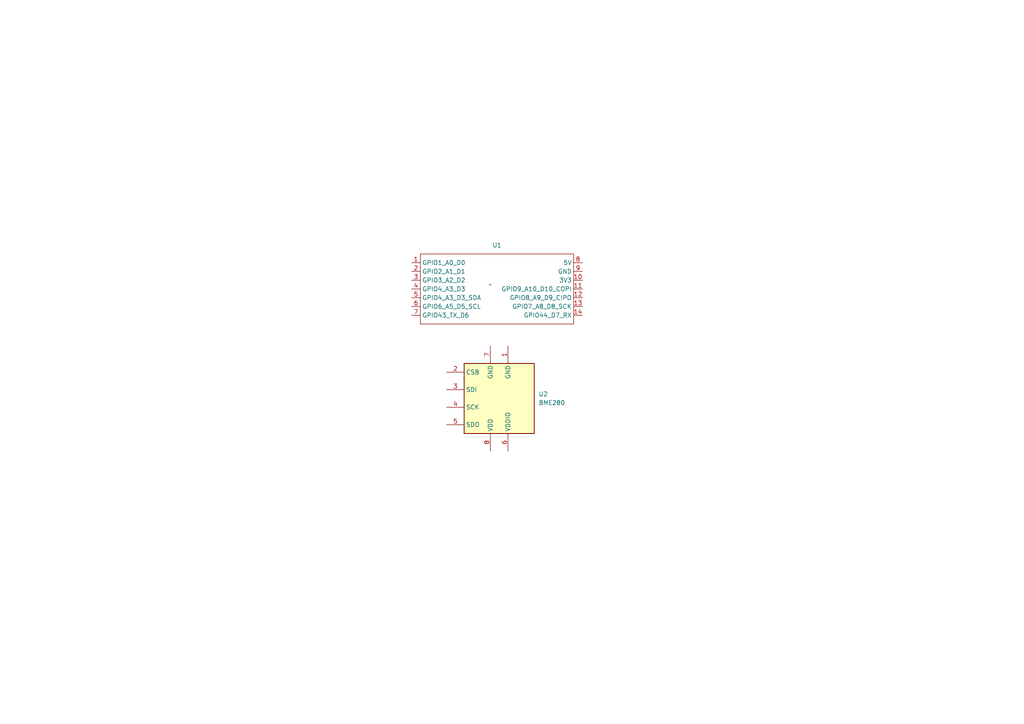
<source format=kicad_sch>
(kicad_sch (version 20230121) (generator eeschema)

  (uuid cc15026e-826f-40f7-be9d-832fbd3cc576)

  (paper "A4")

  (lib_symbols
    (symbol "514_KiCAD_DEMO:XIAO_ESP32_SENSE" (in_bom yes) (on_board yes)
      (property "Reference" "U" (at 0 0 0)
        (effects (font (size 1.27 1.27)))
      )
      (property "Value" "" (at 0 0 0)
        (effects (font (size 1.27 1.27)))
      )
      (property "Footprint" "" (at 0 0 0)
        (effects (font (size 1.27 1.27)) hide)
      )
      (property "Datasheet" "" (at 0 0 0)
        (effects (font (size 1.27 1.27)) hide)
      )
      (symbol "XIAO_ESP32_SENSE_0_1"
        (polyline
          (pts
            (xy -20.32 8.89)
            (xy -20.32 -11.43)
            (xy 24.13 -11.43)
            (xy 24.13 8.89)
            (xy -20.32 8.89)
          )
          (stroke (width 0) (type default))
          (fill (type none))
        )
      )
      (symbol "XIAO_ESP32_SENSE_1_1"
        (pin bidirectional line (at -22.86 6.35 0) (length 2.54)
          (name "GPIO1_A0_D0" (effects (font (size 1.27 1.27))))
          (number "1" (effects (font (size 1.27 1.27))))
        )
        (pin bidirectional line (at 26.67 1.27 180) (length 2.54)
          (name "3V3" (effects (font (size 1.27 1.27))))
          (number "10" (effects (font (size 1.27 1.27))))
        )
        (pin bidirectional line (at 26.67 -1.27 180) (length 2.54)
          (name "GPIO9_A10_D10_COPI" (effects (font (size 1.27 1.27))))
          (number "11" (effects (font (size 1.27 1.27))))
        )
        (pin bidirectional line (at 26.67 -3.81 180) (length 2.54)
          (name "GPIO8_A9_D9_CIPO" (effects (font (size 1.27 1.27))))
          (number "12" (effects (font (size 1.27 1.27))))
        )
        (pin bidirectional line (at 26.67 -6.35 180) (length 2.54)
          (name "GPIO7_A8_D8_SCK" (effects (font (size 1.27 1.27))))
          (number "13" (effects (font (size 1.27 1.27))))
        )
        (pin bidirectional line (at 26.67 -8.89 180) (length 2.54)
          (name "GPIO44_D7_RX" (effects (font (size 1.27 1.27))))
          (number "14" (effects (font (size 1.27 1.27))))
        )
        (pin bidirectional line (at -22.86 3.81 0) (length 2.54)
          (name "GPIO2_A1_D1" (effects (font (size 1.27 1.27))))
          (number "2" (effects (font (size 1.27 1.27))))
        )
        (pin bidirectional line (at -22.86 1.27 0) (length 2.54)
          (name "GPIO3_A2_D2" (effects (font (size 1.27 1.27))))
          (number "3" (effects (font (size 1.27 1.27))))
        )
        (pin bidirectional line (at -22.86 -1.27 0) (length 2.54)
          (name "GPIO4_A3_D3" (effects (font (size 1.27 1.27))))
          (number "4" (effects (font (size 1.27 1.27))))
        )
        (pin bidirectional line (at -22.86 -3.81 0) (length 2.54)
          (name "GPIO4_A3_D3_SDA" (effects (font (size 1.27 1.27))))
          (number "5" (effects (font (size 1.27 1.27))))
        )
        (pin bidirectional line (at -22.86 -6.35 0) (length 2.54)
          (name "GPIO6_A5_D5_SCL" (effects (font (size 1.27 1.27))))
          (number "6" (effects (font (size 1.27 1.27))))
        )
        (pin bidirectional line (at -22.86 -8.89 0) (length 2.54)
          (name "GPIO43_TX_D6" (effects (font (size 1.27 1.27))))
          (number "7" (effects (font (size 1.27 1.27))))
        )
        (pin bidirectional line (at 26.67 6.35 180) (length 2.54)
          (name "5V" (effects (font (size 1.27 1.27))))
          (number "8" (effects (font (size 1.27 1.27))))
        )
        (pin bidirectional line (at 26.67 3.81 180) (length 2.54)
          (name "GND" (effects (font (size 1.27 1.27))))
          (number "9" (effects (font (size 1.27 1.27))))
        )
      )
    )
    (symbol "Sensor:BME280" (in_bom yes) (on_board yes)
      (property "Reference" "U" (at -8.89 11.43 0)
        (effects (font (size 1.27 1.27)))
      )
      (property "Value" "BME280" (at 7.62 11.43 0)
        (effects (font (size 1.27 1.27)))
      )
      (property "Footprint" "Package_LGA:Bosch_LGA-8_2.5x2.5mm_P0.65mm_ClockwisePinNumbering" (at 38.1 -11.43 0)
        (effects (font (size 1.27 1.27)) hide)
      )
      (property "Datasheet" "https://www.bosch-sensortec.com/media/boschsensortec/downloads/datasheets/bst-bme280-ds002.pdf" (at 0 -5.08 0)
        (effects (font (size 1.27 1.27)) hide)
      )
      (property "ki_keywords" "Bosch pressure humidity temperature environment environmental measurement digital" (at 0 0 0)
        (effects (font (size 1.27 1.27)) hide)
      )
      (property "ki_description" "3-in-1 sensor, humidity, pressure, temperature, I2C and SPI interface, 1.71-3.6V, LGA-8" (at 0 0 0)
        (effects (font (size 1.27 1.27)) hide)
      )
      (property "ki_fp_filters" "*LGA*2.5x2.5mm*P0.65mm*Clockwise*" (at 0 0 0)
        (effects (font (size 1.27 1.27)) hide)
      )
      (symbol "BME280_0_1"
        (rectangle (start -10.16 10.16) (end 10.16 -10.16)
          (stroke (width 0.254) (type default))
          (fill (type background))
        )
      )
      (symbol "BME280_1_1"
        (pin power_in line (at -2.54 -15.24 90) (length 5.08)
          (name "GND" (effects (font (size 1.27 1.27))))
          (number "1" (effects (font (size 1.27 1.27))))
        )
        (pin input line (at 15.24 -7.62 180) (length 5.08)
          (name "CSB" (effects (font (size 1.27 1.27))))
          (number "2" (effects (font (size 1.27 1.27))))
        )
        (pin bidirectional line (at 15.24 -2.54 180) (length 5.08)
          (name "SDI" (effects (font (size 1.27 1.27))))
          (number "3" (effects (font (size 1.27 1.27))))
        )
        (pin input line (at 15.24 2.54 180) (length 5.08)
          (name "SCK" (effects (font (size 1.27 1.27))))
          (number "4" (effects (font (size 1.27 1.27))))
        )
        (pin bidirectional line (at 15.24 7.62 180) (length 5.08)
          (name "SDO" (effects (font (size 1.27 1.27))))
          (number "5" (effects (font (size 1.27 1.27))))
        )
        (pin power_in line (at -2.54 15.24 270) (length 5.08)
          (name "VDDIO" (effects (font (size 1.27 1.27))))
          (number "6" (effects (font (size 1.27 1.27))))
        )
        (pin power_in line (at 2.54 -15.24 90) (length 5.08)
          (name "GND" (effects (font (size 1.27 1.27))))
          (number "7" (effects (font (size 1.27 1.27))))
        )
        (pin power_in line (at 2.54 15.24 270) (length 5.08)
          (name "VDD" (effects (font (size 1.27 1.27))))
          (number "8" (effects (font (size 1.27 1.27))))
        )
      )
    )
  )


  (symbol (lib_id "514_KiCAD_DEMO:XIAO_ESP32_SENSE") (at 142.24 82.55 0) (unit 1)
    (in_bom yes) (on_board yes) (dnp no) (fields_autoplaced)
    (uuid 3686cae3-5950-4d3f-90c1-1ea5050ee199)
    (property "Reference" "U1" (at 144.145 71.12 0)
      (effects (font (size 1.27 1.27)))
    )
    (property "Value" "~" (at 142.24 82.55 0)
      (effects (font (size 1.27 1.27)))
    )
    (property "Footprint" "" (at 142.24 82.55 0)
      (effects (font (size 1.27 1.27)) hide)
    )
    (property "Datasheet" "" (at 142.24 82.55 0)
      (effects (font (size 1.27 1.27)) hide)
    )
    (pin "2" (uuid a31e424a-8cd7-4c49-ada0-525f51299a50))
    (pin "14" (uuid dfd097f6-8087-46db-8dad-06b28e1e454b))
    (pin "13" (uuid 64df8a3d-e82b-4e7b-b13a-6daa8a2b4a1a))
    (pin "1" (uuid c6362ebb-9a6d-46ee-94b0-136e1edc719c))
    (pin "3" (uuid 39a379ae-6332-4561-8193-eefd6fc2d53e))
    (pin "5" (uuid e7aa0fbc-e775-42f6-87f5-787a10239cf6))
    (pin "10" (uuid bbff80d6-a73b-46fe-bd89-1e843d1a1433))
    (pin "8" (uuid 955131d9-b83b-4204-ba2a-7de8ce2c6db8))
    (pin "4" (uuid 42f97a1c-222e-498b-8649-edfaa4118958))
    (pin "6" (uuid 3746b64d-be3d-439c-965a-c2025b0a7e0b))
    (pin "7" (uuid 38389b0a-1e99-487c-9b23-961e93f17f9c))
    (pin "11" (uuid 92f1a27e-f02d-4c73-9f44-50709482910d))
    (pin "12" (uuid a5ad60b1-c94c-480e-84a0-e3f5f0eefffd))
    (pin "9" (uuid 85a622e5-6a98-4331-b45d-ea1c79bf6868))
    (instances
      (project "holla"
        (path "/cc15026e-826f-40f7-be9d-832fbd3cc576"
          (reference "U1") (unit 1)
        )
      )
    )
  )

  (symbol (lib_id "Sensor:BME280") (at 144.78 115.57 180) (unit 1)
    (in_bom yes) (on_board yes) (dnp no) (fields_autoplaced)
    (uuid 5c8bddfb-3c53-4efc-a324-cc395c3aa6e6)
    (property "Reference" "U2" (at 156.21 114.3 0)
      (effects (font (size 1.27 1.27)) (justify right))
    )
    (property "Value" "BME280" (at 156.21 116.84 0)
      (effects (font (size 1.27 1.27)) (justify right))
    )
    (property "Footprint" "Package_LGA:Bosch_LGA-8_2.5x2.5mm_P0.65mm_ClockwisePinNumbering" (at 106.68 104.14 0)
      (effects (font (size 1.27 1.27)) hide)
    )
    (property "Datasheet" "https://www.bosch-sensortec.com/media/boschsensortec/downloads/datasheets/bst-bme280-ds002.pdf" (at 144.78 110.49 0)
      (effects (font (size 1.27 1.27)) hide)
    )
    (pin "4" (uuid 5485b94d-125e-4507-8924-517257a4d1e3))
    (pin "3" (uuid 0bd630a1-fac7-4b22-add9-2ef6d44888d0))
    (pin "5" (uuid 253e439b-72ac-4229-ae7f-801b62cb1788))
    (pin "2" (uuid 50b12596-c2f9-404d-823b-4376625c29c4))
    (pin "6" (uuid e855c9f0-4153-4877-9d5b-f1b5847e2983))
    (pin "7" (uuid 97371b4c-d6a1-49ca-8416-e6559e1c199b))
    (pin "8" (uuid ba414091-2e07-4a16-9a49-6ad39542c808))
    (pin "1" (uuid 6e4b0259-6610-44a3-8eaa-7e70938edc6a))
    (instances
      (project "holla"
        (path "/cc15026e-826f-40f7-be9d-832fbd3cc576"
          (reference "U2") (unit 1)
        )
      )
    )
  )

  (sheet_instances
    (path "/" (page "1"))
  )
)

</source>
